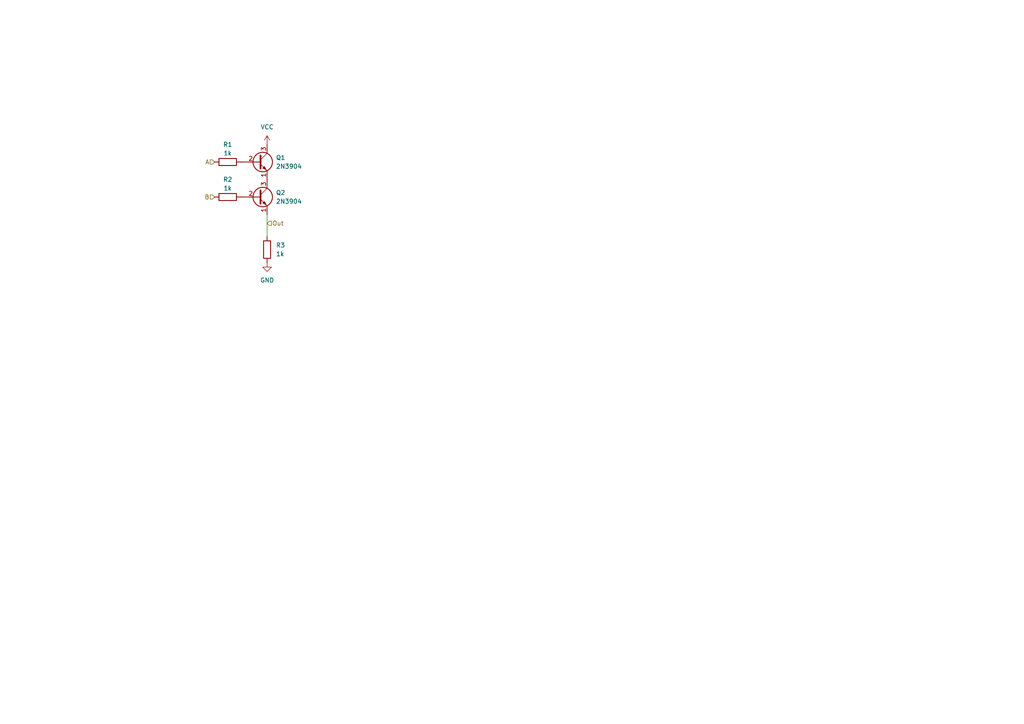
<source format=kicad_sch>
(kicad_sch (version 20230121) (generator eeschema)
  (paper "A4")
  (lib_symbols
    (symbol "Device:R" (pin_numbers hide) (pin_names (offset 0))
      (property "Reference" "R" (at 2.032 0 90))
      (property "Value" "R" (at 0 0 90))
      (symbol "R_0_1"
        (rectangle (start -1.016 -2.54) (end 1.016 2.54) (stroke (width 0.254)))
      )
      (symbol "R_1_1"
        (pin passive line (at 0 3.81 270) (length 1.27) (name "~") (number "1"))
        (pin passive line (at 0 -3.81 90) (length 1.27) (name "~") (number "2"))
      )
    )
    (symbol "Transistor_BJT:2N3904" (pin_names (offset 0) hide)
      (property "Reference" "Q" (at 5.08 1.905 0))
      (property "Value" "2N3904" (at 5.08 0 0))
      (symbol "2N3904_0_1"
        (polyline (pts (xy 0.635 0.635) (xy 2.54 2.54)))
        (polyline (pts (xy 0.635 -0.635) (xy 2.54 -2.54) (xy 2.54 -2.54)))
        (polyline (pts (xy 0.635 1.905) (xy 0.635 -1.905) (xy 0.635 -1.905)) (stroke (width 0.508)))
        (polyline (pts (xy 1.27 -1.778) (xy 1.778 -1.27) (xy 2.286 -2.286) (xy 1.27 -1.778) (xy 1.27 -1.778)) (fill (type outline)))
        (circle (center 1.27 0) (radius 2.8194) (stroke (width 0.254)))
      )
      (symbol "2N3904_1_1"
        (pin passive line (at 2.54 -5.08 90) (length 2.54) (name "E") (number "1"))
        (pin passive line (at -5.08 0 0) (length 5.715) (name "B") (number "2"))
        (pin passive line (at 2.54 5.08 270) (length 2.54) (name "C") (number "3"))
      )
    )
    (symbol "power:GND" (power) (pin_names (offset 0))
      (property "Value" "GND" (at 0 -3.81 0))
      (symbol "GND_0_1"
        (polyline (pts (xy 0 0) (xy 0 -1.27) (xy 1.27 -1.27) (xy 0 -2.54) (xy -1.27 -1.27) (xy 0 -1.27)))
      )
      (symbol "GND_1_1"
        (pin power_in line (at 0 0 270) (length 0) hide (name "GND") (number "1"))
      )
    )
    (symbol "power:VCC" (power) (pin_names (offset 0))
      (property "Value" "VCC" (at 0 3.81 0))
      (symbol "VCC_0_1"
        (polyline (pts (xy -0.762 1.27) (xy 0 2.54)))
        (polyline (pts (xy 0 0) (xy 0 2.54)))
        (polyline (pts (xy 0 2.54) (xy 0.762 1.27)))
      )
      (symbol "VCC_1_1"
        (pin power_in line (at 0 0 90) (length 0) hide (name "VCC") (number "1"))
      )
    )
  )
  (wire (pts (xy 77.47 68.58) (xy 77.47 62.23)))
  (hierarchical_label "A" (shape input) (at 62.23 46.99 180))
  (hierarchical_label "Out" (shape input) (at 77.47 64.77 0))
  (hierarchical_label "B" (shape input) (at 62.23 57.15 180))
  (symbol (lib_id "Transistor_BJT:2N3904") (at 74.93 46.99 0) (unit 1)
    (property "Reference" "Q1" (at 80.01 45.72 0) (effects (justify left)))
    (property "Value" "2N3904" (at 80.01 48.26 0) (effects (justify left)))
    (property "Footprint" "Package_TO_SOT_THT:TO-92_Inline" (effects hide))
    (property "Datasheet" "https://www.onsemi.com/pub/Collateral/2N3903-D.PDF" (effects hide))
  )
  (symbol (lib_id "Transistor_BJT:2N3904") (at 74.93 57.15 0) (unit 1)
    (property "Reference" "Q2" (at 80.01 55.88 0) (effects (justify left)))
    (property "Value" "2N3904" (at 80.01 58.42 0) (effects (justify left)))
    (property "Footprint" "Package_TO_SOT_THT:TO-92_Inline" (effects hide))
    (property "Datasheet" "https://www.onsemi.com/pub/Collateral/2N3903-D.PDF" (effects hide))
  )
  (symbol (lib_id "power:GND") (at 77.47 76.2 0) (unit 1)
    (property "Reference" "#PWR01" (effects hide))
    (property "Value" "GND" (at 77.47 81.28 0))
  )
  (symbol (lib_id "Device:R") (at 66.04 46.99 90) (unit 1)
    (property "Reference" "R1" (at 66.04 41.91 90))
    (property "Value" "1k" (at 66.04 44.45 90))
  )
  (symbol (lib_id "Device:R") (at 77.47 72.39 180) (unit 1)
    (property "Reference" "R3" (at 80.01 71.12 0) (effects (justify right)))
    (property "Value" "1k" (at 80.01 73.66 0) (effects (justify right)))
  )
  (symbol (lib_id "power:VCC") (at 77.47 41.91 0) (unit 1)
    (property "Reference" "#PWR02" (effects hide))
    (property "Value" "VCC" (at 77.47 36.83 0))
  )
  (symbol (lib_id "Device:R") (at 66.04 57.15 90) (unit 1)
    (property "Reference" "R2" (at 66.04 52.07 90))
    (property "Value" "1k" (at 66.04 54.61 90))
  )
)
</source>
